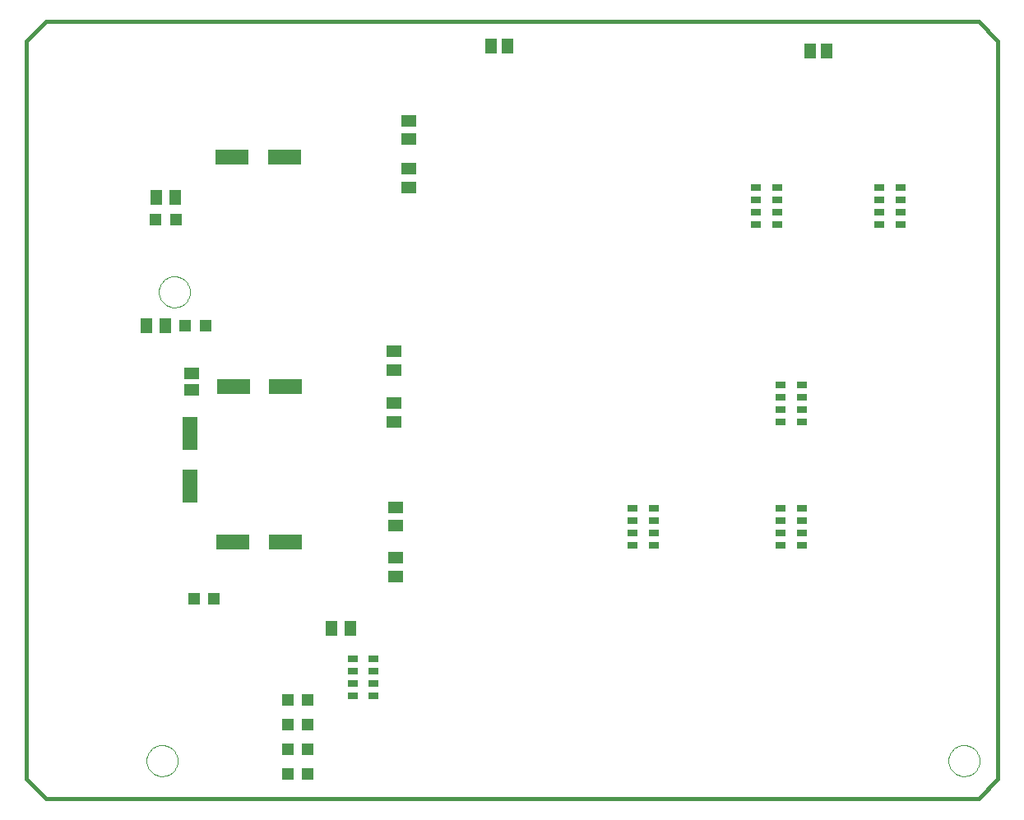
<source format=gtp>
G75*
G70*
%OFA0B0*%
%FSLAX24Y24*%
%IPPOS*%
%LPD*%
%AMOC8*
5,1,8,0,0,1.08239X$1,22.5*
%
%ADD10C,0.0160*%
%ADD11C,0.0000*%
%ADD12R,0.0472X0.0472*%
%ADD13R,0.0630X0.1378*%
%ADD14R,0.0591X0.0512*%
%ADD15R,0.1378X0.0630*%
%ADD16R,0.0512X0.0591*%
%ADD17R,0.0433X0.0295*%
D10*
X003160Y001147D02*
X003947Y000359D01*
X041743Y000359D01*
X042530Y001147D01*
X042530Y031068D01*
X041743Y031855D01*
X003947Y031855D01*
X003160Y031068D01*
X003160Y001147D01*
D11*
X008030Y001891D02*
X008032Y001941D01*
X008038Y001991D01*
X008048Y002040D01*
X008062Y002088D01*
X008079Y002135D01*
X008100Y002180D01*
X008125Y002224D01*
X008153Y002265D01*
X008185Y002304D01*
X008219Y002341D01*
X008256Y002375D01*
X008296Y002405D01*
X008338Y002432D01*
X008382Y002456D01*
X008428Y002477D01*
X008475Y002493D01*
X008523Y002506D01*
X008573Y002515D01*
X008622Y002520D01*
X008673Y002521D01*
X008723Y002518D01*
X008772Y002511D01*
X008821Y002500D01*
X008869Y002485D01*
X008915Y002467D01*
X008960Y002445D01*
X009003Y002419D01*
X009044Y002390D01*
X009083Y002358D01*
X009119Y002323D01*
X009151Y002285D01*
X009181Y002245D01*
X009208Y002202D01*
X009231Y002158D01*
X009250Y002112D01*
X009266Y002064D01*
X009278Y002015D01*
X009286Y001966D01*
X009290Y001916D01*
X009290Y001866D01*
X009286Y001816D01*
X009278Y001767D01*
X009266Y001718D01*
X009250Y001670D01*
X009231Y001624D01*
X009208Y001580D01*
X009181Y001537D01*
X009151Y001497D01*
X009119Y001459D01*
X009083Y001424D01*
X009044Y001392D01*
X009003Y001363D01*
X008960Y001337D01*
X008915Y001315D01*
X008869Y001297D01*
X008821Y001282D01*
X008772Y001271D01*
X008723Y001264D01*
X008673Y001261D01*
X008622Y001262D01*
X008573Y001267D01*
X008523Y001276D01*
X008475Y001289D01*
X008428Y001305D01*
X008382Y001326D01*
X008338Y001350D01*
X008296Y001377D01*
X008256Y001407D01*
X008219Y001441D01*
X008185Y001478D01*
X008153Y001517D01*
X008125Y001558D01*
X008100Y001602D01*
X008079Y001647D01*
X008062Y001694D01*
X008048Y001742D01*
X008038Y001791D01*
X008032Y001841D01*
X008030Y001891D01*
X008530Y020891D02*
X008532Y020941D01*
X008538Y020991D01*
X008548Y021040D01*
X008562Y021088D01*
X008579Y021135D01*
X008600Y021180D01*
X008625Y021224D01*
X008653Y021265D01*
X008685Y021304D01*
X008719Y021341D01*
X008756Y021375D01*
X008796Y021405D01*
X008838Y021432D01*
X008882Y021456D01*
X008928Y021477D01*
X008975Y021493D01*
X009023Y021506D01*
X009073Y021515D01*
X009122Y021520D01*
X009173Y021521D01*
X009223Y021518D01*
X009272Y021511D01*
X009321Y021500D01*
X009369Y021485D01*
X009415Y021467D01*
X009460Y021445D01*
X009503Y021419D01*
X009544Y021390D01*
X009583Y021358D01*
X009619Y021323D01*
X009651Y021285D01*
X009681Y021245D01*
X009708Y021202D01*
X009731Y021158D01*
X009750Y021112D01*
X009766Y021064D01*
X009778Y021015D01*
X009786Y020966D01*
X009790Y020916D01*
X009790Y020866D01*
X009786Y020816D01*
X009778Y020767D01*
X009766Y020718D01*
X009750Y020670D01*
X009731Y020624D01*
X009708Y020580D01*
X009681Y020537D01*
X009651Y020497D01*
X009619Y020459D01*
X009583Y020424D01*
X009544Y020392D01*
X009503Y020363D01*
X009460Y020337D01*
X009415Y020315D01*
X009369Y020297D01*
X009321Y020282D01*
X009272Y020271D01*
X009223Y020264D01*
X009173Y020261D01*
X009122Y020262D01*
X009073Y020267D01*
X009023Y020276D01*
X008975Y020289D01*
X008928Y020305D01*
X008882Y020326D01*
X008838Y020350D01*
X008796Y020377D01*
X008756Y020407D01*
X008719Y020441D01*
X008685Y020478D01*
X008653Y020517D01*
X008625Y020558D01*
X008600Y020602D01*
X008579Y020647D01*
X008562Y020694D01*
X008548Y020742D01*
X008538Y020791D01*
X008532Y020841D01*
X008530Y020891D01*
X040530Y001891D02*
X040532Y001941D01*
X040538Y001991D01*
X040548Y002040D01*
X040562Y002088D01*
X040579Y002135D01*
X040600Y002180D01*
X040625Y002224D01*
X040653Y002265D01*
X040685Y002304D01*
X040719Y002341D01*
X040756Y002375D01*
X040796Y002405D01*
X040838Y002432D01*
X040882Y002456D01*
X040928Y002477D01*
X040975Y002493D01*
X041023Y002506D01*
X041073Y002515D01*
X041122Y002520D01*
X041173Y002521D01*
X041223Y002518D01*
X041272Y002511D01*
X041321Y002500D01*
X041369Y002485D01*
X041415Y002467D01*
X041460Y002445D01*
X041503Y002419D01*
X041544Y002390D01*
X041583Y002358D01*
X041619Y002323D01*
X041651Y002285D01*
X041681Y002245D01*
X041708Y002202D01*
X041731Y002158D01*
X041750Y002112D01*
X041766Y002064D01*
X041778Y002015D01*
X041786Y001966D01*
X041790Y001916D01*
X041790Y001866D01*
X041786Y001816D01*
X041778Y001767D01*
X041766Y001718D01*
X041750Y001670D01*
X041731Y001624D01*
X041708Y001580D01*
X041681Y001537D01*
X041651Y001497D01*
X041619Y001459D01*
X041583Y001424D01*
X041544Y001392D01*
X041503Y001363D01*
X041460Y001337D01*
X041415Y001315D01*
X041369Y001297D01*
X041321Y001282D01*
X041272Y001271D01*
X041223Y001264D01*
X041173Y001261D01*
X041122Y001262D01*
X041073Y001267D01*
X041023Y001276D01*
X040975Y001289D01*
X040928Y001305D01*
X040882Y001326D01*
X040838Y001350D01*
X040796Y001377D01*
X040756Y001407D01*
X040719Y001441D01*
X040685Y001478D01*
X040653Y001517D01*
X040625Y001558D01*
X040600Y001602D01*
X040579Y001647D01*
X040562Y001694D01*
X040548Y001742D01*
X040538Y001791D01*
X040532Y001841D01*
X040530Y001891D01*
D12*
X014573Y002359D03*
X013747Y002359D03*
X013747Y001359D03*
X014573Y001359D03*
X014573Y003359D03*
X013747Y003359D03*
X013747Y004359D03*
X014573Y004359D03*
X010773Y008459D03*
X009947Y008459D03*
X009597Y019509D03*
X010423Y019509D03*
X009223Y023809D03*
X008397Y023809D03*
D13*
X009801Y015160D03*
X009801Y013034D03*
D14*
X009866Y016919D03*
X009866Y017588D03*
X018060Y017735D03*
X018060Y018483D03*
X018060Y016383D03*
X018060Y015635D03*
X018123Y012160D03*
X018123Y011412D03*
X018118Y010115D03*
X018118Y009367D03*
X018660Y025135D03*
X018660Y025883D03*
X018660Y027085D03*
X018660Y027833D03*
D15*
X013623Y026359D03*
X011497Y026359D03*
X011547Y017056D03*
X013673Y017056D03*
X013645Y010740D03*
X011519Y010740D03*
D16*
X015536Y007259D03*
X016284Y007259D03*
X008784Y019509D03*
X008036Y019509D03*
X008436Y024709D03*
X009184Y024709D03*
X021975Y030859D03*
X022645Y030859D03*
X034925Y030659D03*
X035595Y030659D03*
D17*
X033581Y025109D03*
X033581Y024609D03*
X033581Y024109D03*
X033581Y023609D03*
X032739Y023609D03*
X032739Y024109D03*
X032739Y024609D03*
X032739Y025109D03*
X037739Y025109D03*
X037739Y024609D03*
X037739Y024109D03*
X037739Y023609D03*
X038581Y023609D03*
X038581Y024109D03*
X038581Y024609D03*
X038581Y025109D03*
X034581Y017109D03*
X034581Y016609D03*
X034581Y016109D03*
X034581Y015609D03*
X033739Y015609D03*
X033739Y016109D03*
X033739Y016609D03*
X033739Y017109D03*
X033739Y012109D03*
X033739Y011609D03*
X033739Y011109D03*
X033739Y010609D03*
X034581Y010609D03*
X034581Y011109D03*
X034581Y011609D03*
X034581Y012109D03*
X028581Y012109D03*
X028581Y011609D03*
X028581Y011109D03*
X028581Y010609D03*
X027739Y010609D03*
X027739Y011109D03*
X027739Y011609D03*
X027739Y012109D03*
X017231Y006009D03*
X017231Y005509D03*
X017231Y005009D03*
X017231Y004509D03*
X016389Y004509D03*
X016389Y005009D03*
X016389Y005509D03*
X016389Y006009D03*
M02*

</source>
